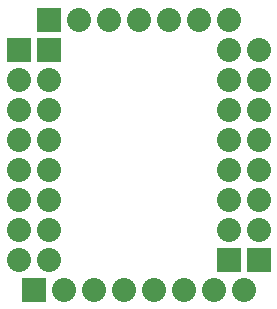
<source format=gbs>
G04 (created by PCBNEW-RS274X (2012-apr-16-27)-stable) date dim. 02 juin 2013 12:40:30 CST*
G01*
G70*
G90*
%MOIN*%
G04 Gerber Fmt 3.4, Leading zero omitted, Abs format*
%FSLAX34Y34*%
G04 APERTURE LIST*
%ADD10C,0.006000*%
%ADD11R,0.080000X0.080000*%
%ADD12C,0.080000*%
G04 APERTURE END LIST*
G54D10*
G54D11*
X14500Y-22000D03*
G54D12*
X15500Y-22000D03*
X16500Y-22000D03*
X17500Y-22000D03*
X18500Y-22000D03*
X19500Y-22000D03*
X20500Y-22000D03*
G54D11*
X14000Y-31000D03*
G54D12*
X15000Y-31000D03*
X16000Y-31000D03*
X17000Y-31000D03*
X18000Y-31000D03*
X19000Y-31000D03*
X20000Y-31000D03*
X21000Y-31000D03*
G54D11*
X21500Y-30000D03*
G54D12*
X21500Y-29000D03*
X21500Y-28000D03*
X21500Y-27000D03*
X21500Y-26000D03*
X21500Y-25000D03*
X21500Y-24000D03*
X21500Y-23000D03*
G54D11*
X20500Y-30000D03*
G54D12*
X20500Y-29000D03*
X20500Y-28000D03*
X20500Y-27000D03*
X20500Y-26000D03*
X20500Y-25000D03*
X20500Y-24000D03*
X20500Y-23000D03*
G54D11*
X14500Y-23000D03*
G54D12*
X14500Y-24000D03*
X14500Y-25000D03*
X14500Y-26000D03*
X14500Y-27000D03*
X14500Y-28000D03*
X14500Y-29000D03*
X14500Y-30000D03*
G54D11*
X13500Y-23000D03*
G54D12*
X13500Y-24000D03*
X13500Y-25000D03*
X13500Y-26000D03*
X13500Y-27000D03*
X13500Y-28000D03*
X13500Y-29000D03*
X13500Y-30000D03*
M02*

</source>
